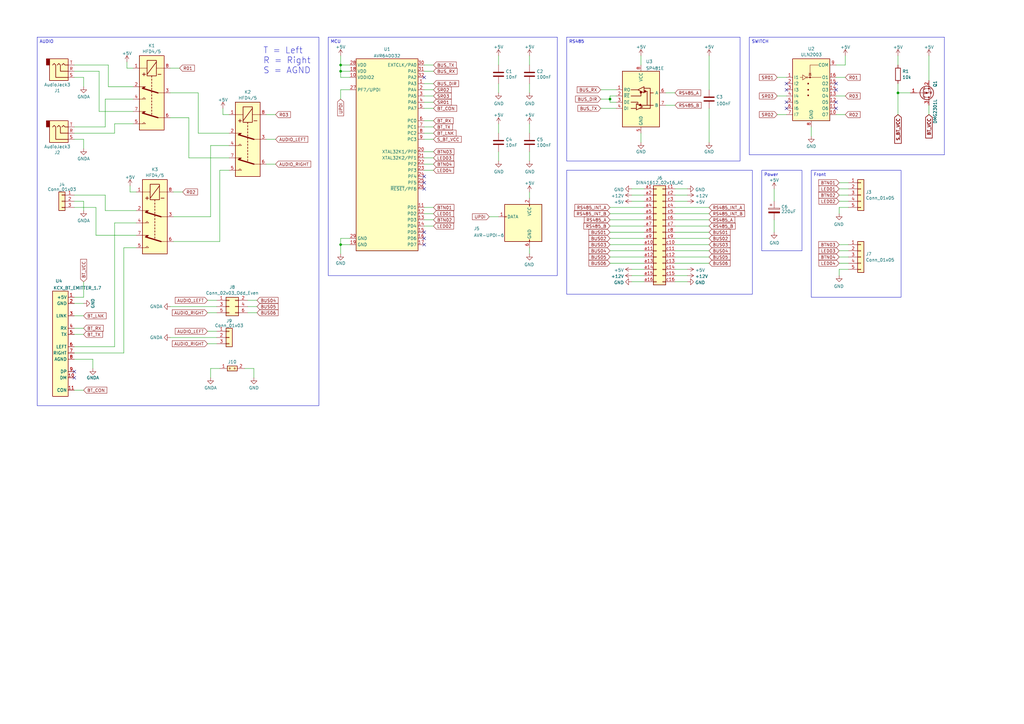
<source format=kicad_sch>
(kicad_sch (version 20230121) (generator eeschema)
  (paper "A3")
  (lib_symbols
    (symbol "Connector:AVR-UPDI-6" (pin_names (offset 1.016))
      (property "Reference" "J" (at -6.35 8.89 0))
      (property "Value" "AVR-UPDI-6" (at 0 8.89 0))
      (symbol "AVR-UPDI-6_1_1"
        (pin passive line (at 10.16 2.54 180) (length 2.54) (name "DATA") (number "1"))
        (pin passive line (at -2.54 10.16 270) (length 2.54) (name "VCC") (number "2"))
        (pin no_connect line (at 7.62 0 180) (length 2.54) hide (name "NC") (number "3"))
        (pin no_connect line (at 7.62 -2.54 180) (length 2.54) hide (name "NC") (number "4"))
        (pin no_connect line (at 7.62 -5.08 180) (length 2.54) hide (name "NC") (number "5"))
        (pin passive line (at -2.54 -10.16 90) (length 2.54) (name "GND") (number "6"))
      )
    )
    (symbol "Connector:DIN41612_02x16_AC" (pin_names (offset 1.016) hide)
      (property "Reference" "J" (at 1.27 20.32 0))
      (property "Value" "DIN41612_02x16_AC" (at 1.27 -22.86 0))
      (symbol "DIN41612_02x16_AC_1_1"
        (pin passive line (at -5.08 17.78 0) (length 3.81) (name "Pin_a1") (number "a1"))
        (pin passive line (at -5.08 -5.08 0) (length 3.81) (name "Pin_a10") (number "a10"))
        (pin passive line (at -5.08 -7.62 0) (length 3.81) (name "Pin_a11") (number "a11"))
        (pin passive line (at -5.08 -10.16 0) (length 3.81) (name "Pin_a12") (number "a12"))
        (pin passive line (at -5.08 -12.7 0) (length 3.81) (name "Pin_a13") (number "a13"))
        (pin passive line (at -5.08 -15.24 0) (length 3.81) (name "Pin_a14") (number "a14"))
        (pin passive line (at -5.08 -17.78 0) (length 3.81) (name "Pin_a15") (number "a15"))
        (pin passive line (at -5.08 -20.32 0) (length 3.81) (name "Pin_a16") (number "a16"))
        (pin passive line (at -5.08 15.24 0) (length 3.81) (name "Pin_a2") (number "a2"))
        (pin passive line (at -5.08 12.7 0) (length 3.81) (name "Pin_a3") (number "a3"))
        (pin passive line (at -5.08 10.16 0) (length 3.81) (name "Pin_a4") (number "a4"))
        (pin passive line (at -5.08 7.62 0) (length 3.81) (name "Pin_a5") (number "a5"))
        (pin passive line (at -5.08 5.08 0) (length 3.81) (name "Pin_a6") (number "a6"))
        (pin passive line (at -5.08 2.54 0) (length 3.81) (name "Pin_a7") (number "a7"))
        (pin passive line (at -5.08 0 0) (length 3.81) (name "Pin_a8") (number "a8"))
        (pin passive line (at -5.08 -2.54 0) (length 3.81) (name "Pin_a9") (number "a9"))
        (pin passive line (at 7.62 17.78 180) (length 3.81) (name "Pin_c1") (number "c1"))
        (pin passive line (at 7.62 -5.08 180) (length 3.81) (name "Pin_c10") (number "c10"))
        (pin passive line (at 7.62 -7.62 180) (length 3.81) (name "Pin_c11") (number "c11"))
        (pin passive line (at 7.62 -10.16 180) (length 3.81) (name "Pin_c12") (number "c12"))
        (pin passive line (at 7.62 -12.7 180) (length 3.81) (name "Pin_c13") (number "c13"))
        (pin passive line (at 7.62 -15.24 180) (length 3.81) (name "Pin_c14") (number "c14"))
        (pin passive line (at 7.62 -17.78 180) (length 3.81) (name "Pin_c15") (number "c15"))
        (pin passive line (at 7.62 -20.32 180) (length 3.81) (name "Pin_c16") (number "c16"))
        (pin passive line (at 7.62 15.24 180) (length 3.81) (name "Pin_c2") (number "c2"))
        (pin passive line (at 7.62 12.7 180) (length 3.81) (name "Pin_c3") (number "c3"))
        (pin passive line (at 7.62 10.16 180) (length 3.81) (name "Pin_c4") (number "c4"))
        (pin passive line (at 7.62 7.62 180) (length 3.81) (name "Pin_c5") (number "c5"))
        (pin passive line (at 7.62 5.08 180) (length 3.81) (name "Pin_c6") (number "c6"))
        (pin passive line (at 7.62 2.54 180) (length 3.81) (name "Pin_c7") (number "c7"))
        (pin passive line (at 7.62 0 180) (length 3.81) (name "Pin_c8") (number "c8"))
        (pin passive line (at 7.62 -2.54 180) (length 3.81) (name "Pin_c9") (number "c9"))
      )
    )
    (symbol "Connector_Audio:AudioJack3"
      (property "Reference" "J" (at 0 8.89 0))
      (property "Value" "AudioJack3" (at 0 6.35 0))
      (symbol "AudioJack3_1_1"
        (pin passive line (at 5.08 0 180) (length 2.54) (name "~") (number "R"))
        (pin passive line (at 5.08 2.54 180) (length 2.54) (name "~") (number "S"))
        (pin passive line (at 5.08 -2.54 180) (length 2.54) (name "~") (number "T"))
      )
    )
    (symbol "Connector_Generic:Conn_01x03" (pin_names (offset 1.016) hide)
      (property "Reference" "J" (at 0 5.08 0))
      (property "Value" "Conn_01x03" (at 0 -5.08 0))
      (symbol "Conn_01x03_1_1"
        (pin passive line (at -5.08 2.54 0) (length 3.81) (name "Pin_1") (number "1"))
        (pin passive line (at -5.08 0 0) (length 3.81) (name "Pin_2") (number "2"))
        (pin passive line (at -5.08 -2.54 0) (length 3.81) (name "Pin_3") (number "3"))
      )
    )
    (symbol "Connector_Generic:Conn_01x05" (pin_names (offset 1.016) hide)
      (property "Reference" "J" (at 0 7.62 0))
      (property "Value" "Conn_01x05" (at 0 -7.62 0))
      (symbol "Conn_01x05_1_1"
        (pin passive line (at -5.08 5.08 0) (length 3.81) (name "Pin_1") (number "1"))
        (pin passive line (at -5.08 2.54 0) (length 3.81) (name "Pin_2") (number "2"))
        (pin passive line (at -5.08 0 0) (length 3.81) (name "Pin_3") (number "3"))
        (pin passive line (at -5.08 -2.54 0) (length 3.81) (name "Pin_4") (number "4"))
        (pin passive line (at -5.08 -5.08 0) (length 3.81) (name "Pin_5") (number "5"))
      )
    )
    (symbol "Connector_Generic:Conn_02x03_Odd_Even" (pin_names (offset 1.016) hide)
      (property "Reference" "J" (at 1.27 5.08 0))
      (property "Value" "Conn_02x03_Odd_Even" (at 1.27 -5.08 0))
      (symbol "Conn_02x03_Odd_Even_1_1"
        (pin passive line (at -5.08 2.54 0) (length 3.81) (name "Pin_1") (number "1"))
        (pin passive line (at 7.62 2.54 180) (length 3.81) (name "Pin_2") (number "2"))
        (pin passive line (at -5.08 0 0) (length 3.81) (name "Pin_3") (number "3"))
        (pin passive line (at 7.62 0 180) (length 3.81) (name "Pin_4") (number "4"))
        (pin passive line (at -5.08 -2.54 0) (length 3.81) (name "Pin_5") (number "5"))
        (pin passive line (at 7.62 -2.54 180) (length 3.81) (name "Pin_6") (number "6"))
      )
    )
    (symbol "Device:C" (pin_numbers hide) (pin_names (offset 0.254))
      (property "Reference" "C" (at 0.635 2.54 0))
      (property "Value" "C" (at 0.635 -2.54 0))
      (symbol "C_1_1"
        (pin passive line (at 0 3.81 270) (length 2.794) (name "~") (number "1"))
        (pin passive line (at 0 -3.81 90) (length 2.794) (name "~") (number "2"))
      )
    )
    (symbol "Device:C_Polarized" (pin_numbers hide) (pin_names (offset 0.254))
      (property "Reference" "C" (at 0.635 2.54 0))
      (property "Value" "C_Polarized" (at 0.635 -2.54 0))
      (symbol "C_Polarized_1_1"
        (pin passive line (at 0 3.81 270) (length 2.794) (name "~") (number "1"))
        (pin passive line (at 0 -3.81 90) (length 2.794) (name "~") (number "2"))
      )
    )
    (symbol "Device:R" (pin_numbers hide) (pin_names (offset 0))
      (property "Reference" "R" (at 2.032 0 90))
      (property "Value" "R" (at 0 0 90))
      (symbol "R_1_1"
        (pin passive line (at 0 3.81 270) (length 1.27) (name "~") (number "1"))
        (pin passive line (at 0 -3.81 90) (length 1.27) (name "~") (number "2"))
      )
    )
    (symbol "Transistor_Array:ULN2003"
      (property "Reference" "U" (at 0 15.875 0))
      (property "Value" "ULN2003" (at 0 13.97 0))
      (symbol "ULN2003_1_1"
        (pin input line (at -10.16 5.08 0) (length 2.54) (name "I1") (number "1"))
        (pin open_collector line (at 10.16 -10.16 180) (length 2.54) (name "O7") (number "10"))
        (pin open_collector line (at 10.16 -7.62 180) (length 2.54) (name "O6") (number "11"))
        (pin open_collector line (at 10.16 -5.08 180) (length 2.54) (name "O5") (number "12"))
        (pin open_collector line (at 10.16 -2.54 180) (length 2.54) (name "O4") (number "13"))
        (pin open_collector line (at 10.16 0 180) (length 2.54) (name "O3") (number "14"))
        (pin open_collector line (at 10.16 2.54 180) (length 2.54) (name "O2") (number "15"))
        (pin open_collector line (at 10.16 5.08 180) (length 2.54) (name "O1") (number "16"))
        (pin input line (at -10.16 2.54 0) (length 2.54) (name "I2") (number "2"))
        (pin input line (at -10.16 0 0) (length 2.54) (name "I3") (number "3"))
        (pin input line (at -10.16 -2.54 0) (length 2.54) (name "I4") (number "4"))
        (pin input line (at -10.16 -5.08 0) (length 2.54) (name "I5") (number "5"))
        (pin input line (at -10.16 -7.62 0) (length 2.54) (name "I6") (number "6"))
        (pin input line (at -10.16 -10.16 0) (length 2.54) (name "I7") (number "7"))
        (pin power_in line (at 0 -15.24 90) (length 2.54) (name "GND") (number "8"))
        (pin passive line (at 10.16 10.16 180) (length 2.54) (name "COM") (number "9"))
      )
    )
    (symbol "Transistor_FET:DMG2301L" (pin_names hide)
      (property "Reference" "Q" (at 5.08 1.905 0))
      (property "Value" "DMG2301L" (at 5.08 0 0))
      (symbol "DMG2301L_1_1"
        (pin input line (at -5.08 0 0) (length 2.54) (name "G") (number "1"))
        (pin passive line (at 2.54 -5.08 90) (length 2.54) (name "S") (number "2"))
        (pin passive line (at 2.54 5.08 270) (length 2.54) (name "D") (number "3"))
      )
    )
    (symbol "kiu:1x02_Jumper"
      (property "Reference" "J" (at 0 2.54 0))
      (symbol "1x02_Jumper_1_1"
        (pin passive line (at -5.08 0 0) (length 3.04) (name "") (number "1"))
        (pin passive line (at 5.08 0 180) (length 3.04) (name "") (number "2"))
      )
    )
    (symbol "kiu:AVR64DD32"
      (property "Reference" "U" (at -12.7 -19.05 0))
      (property "Value" "AVR64DD32" (at 7.62 -19.05 0))
      (symbol "AVR64DD32_1_1"
        (pin bidirectional line (at 15.24 -30.48 180) (length 2.54) (name "PA3") (number "1"))
        (pin power_in line (at -15.24 -27.94 0) (length 2.54) (name "VDDIO2") (number "10"))
        (pin bidirectional line (at 15.24 -81.28 180) (length 2.54) (name "PD1") (number "11"))
        (pin bidirectional line (at 15.24 -83.82 180) (length 2.54) (name "PD2") (number "12"))
        (pin bidirectional line (at 15.24 -86.36 180) (length 2.54) (name "PD3") (number "13"))
        (pin bidirectional line (at 15.24 -88.9 180) (length 2.54) (name "PD4") (number "14"))
        (pin bidirectional line (at 15.24 -91.44 180) (length 2.54) (name "PD5") (number "15"))
        (pin bidirectional line (at 15.24 -93.98 180) (length 2.54) (name "PD6") (number "16"))
        (pin bidirectional line (at 15.24 -96.52 180) (length 2.54) (name "PD7") (number "17"))
        (pin power_in line (at -15.24 -25.4 0) (length 2.54) (name "VDD") (number "18"))
        (pin power_in line (at -15.24 -96.52 0) (length 2.54) (name "GND") (number "19"))
        (pin bidirectional line (at 15.24 -33.02 180) (length 2.54) (name "PA4") (number "2"))
        (pin bidirectional line (at 15.24 -58.42 180) (length 2.54) (name "XTAL32K1/PF0") (number "20"))
        (pin bidirectional line (at 15.24 -60.96 180) (length 2.54) (name "XTAL32K2/PF1") (number "21"))
        (pin bidirectional line (at 15.24 -63.5 180) (length 2.54) (name "PF2") (number "22"))
        (pin bidirectional line (at 15.24 -66.04 180) (length 2.54) (name "PF3") (number "23"))
        (pin bidirectional line (at 15.24 -68.58 180) (length 2.54) (name "PF4") (number "24"))
        (pin bidirectional line (at 15.24 -71.12 180) (length 2.54) (name "PF5") (number "25"))
        (pin input line (at 15.24 -73.66 180) (length 2.54) (name "~{RESET}/PF6") (number "26"))
        (pin bidirectional line (at -15.24 -33.02 0) (length 2.54) (name "PF7/UPDI") (number "27"))
        (pin power_in line (at -15.24 -22.86 0) (length 2.54) (name "VDD") (number "28"))
        (pin power_in line (at -15.24 -93.98 0) (length 2.54) (name "GND") (number "29"))
        (pin bidirectional line (at 15.24 -35.56 180) (length 2.54) (name "PA5") (number "3"))
        (pin bidirectional line (at 15.24 -22.86 180) (length 2.54) (name "EXTCLK/PA0") (number "30"))
        (pin bidirectional line (at 15.24 -25.4 180) (length 2.54) (name "PA1") (number "31"))
        (pin bidirectional line (at 15.24 -27.94 180) (length 2.54) (name "PA2") (number "32"))
        (pin bidirectional line (at 15.24 -38.1 180) (length 2.54) (name "PA6") (number "4"))
        (pin bidirectional line (at 15.24 -40.64 180) (length 2.54) (name "PA7") (number "5"))
        (pin bidirectional line (at 15.24 -45.72 180) (length 2.54) (name "PC0") (number "6"))
        (pin bidirectional line (at 15.24 -48.26 180) (length 2.54) (name "PC1") (number "7"))
        (pin bidirectional line (at 15.24 -50.8 180) (length 2.54) (name "PC2") (number "8"))
        (pin bidirectional line (at 15.24 -53.34 180) (length 2.54) (name "PC3") (number "9"))
      )
    )
    (symbol "kiu:KCX_BT_EMITTER_1.7"
      (property "Reference" "U" (at -20.32 -3.81 0))
      (property "Value" "KCX_BT_EMITTER_1.7" (at 3.175 -3.81 0))
      (symbol "KCX_BT_EMITTER_1.7_1_1"
        (pin power_in line (at -17.78 6.35 270) (length 2.54) (name "+5V") (number "1"))
        (pin bidirectional line (at 15.24 6.35 270) (length 2.54) (name "DM") (number "10"))
        (pin input line (at 20.32 6.35 270) (length 2.54) (name "CON") (number "11"))
        (pin power_in line (at -15.24 6.35 270) (length 2.54) (name "GND") (number "2"))
        (pin output line (at -10.16 6.35 270) (length 2.54) (name "LINK") (number "3"))
        (pin input line (at -5.08 6.35 270) (length 2.54) (name "RX") (number "4"))
        (pin output line (at -2.54 6.35 270) (length 2.54) (name "TX") (number "5"))
        (pin bidirectional line (at 2.54 6.35 270) (length 2.54) (name "LEFT") (number "6"))
        (pin bidirectional line (at 5.08 6.35 270) (length 2.54) (name "RIGHT") (number "7"))
        (pin power_in line (at 7.62 6.35 270) (length 2.54) (name "AGND") (number "8"))
        (pin bidirectional line (at 12.7 6.35 270) (length 2.54) (name "DP") (number "9"))
      )
    )
    (symbol "kiu:Relay_DPDT_HFD4/5"
      (property "Reference" "K" (at 16.51 3.81 0))
      (property "Value" "HFD4/5" (at 16.51 1.27 0))
      (symbol "Relay_DPDT_HFD4/5_1_1"
        (pin passive line (at -10.16 7.62 270) (length 2.54) (name "~") (number "1"))
        (pin passive line (at -2.54 7.62 270) (length 2.54) (name "~") (number "2"))
        (pin passive line (at 0 -7.62 90) (length 2.54) (name "~") (number "3"))
        (pin passive line (at 2.54 7.62 270) (length 2.54) (name "~") (number "4"))
        (pin passive line (at 12.7 7.62 270) (length 2.54) (name "~") (number "5"))
        (pin passive line (at 10.16 -7.62 90) (length 2.54) (name "~") (number "6"))
        (pin passive line (at 7.62 7.62 270) (length 2.54) (name "~") (number "7"))
        (pin passive line (at -10.16 -7.62 90) (length 2.54) (name "~") (number "8"))
      )
    )
    (symbol "kiu:SP481E"
      (property "Reference" "U" (at 3.81 12.7 0))
      (property "Value" "SP481E" (at 7.62 -12.7 0))
      (symbol "SP481E_1_1"
        (pin output line (at -10.16 3.81 0) (length 2.54) (name "RO") (number "1"))
        (pin input line (at -10.16 1.27 0) (length 2.54) (name "~{RE}") (number "2"))
        (pin input line (at -10.16 -1.27 0) (length 2.54) (name "DE") (number "3"))
        (pin input line (at -10.16 -3.81 0) (length 2.54) (name "DI") (number "4"))
        (pin power_in line (at 0 -13.97 90) (length 2.54) (name "GND") (number "5"))
        (pin bidirectional line (at 10.16 2.54 180) (length 2.54) (name "A") (number "6"))
        (pin bidirectional line (at 10.16 -2.54 180) (length 2.54) (name "B") (number "7"))
        (pin power_in line (at 0 13.97 270) (length 2.54) (name "VCC") (number "8"))
      )
    )
    (symbol "power:+12V" (power) (pin_names (offset 0))
      (property "Value" "+12V" (at 0 3.556 0))
      (symbol "+12V_1_1"
        (pin power_in line (at 0 0 90) (length 0) hide (name "+12V") (number "1"))
      )
    )
    (symbol "power:+5V" (power) (pin_names (offset 0))
      (property "Value" "+5V" (at 0 3.556 0))
      (symbol "+5V_1_1"
        (pin power_in line (at 0 0 90) (length 0) hide (name "+5V") (number "1"))
      )
    )
    (symbol "power:GND" (power) (pin_names (offset 0))
      (property "Value" "GND" (at 0 -3.81 0))
      (symbol "GND_1_1"
        (pin power_in line (at 0 0 270) (length 0) hide (name "GND") (number "1"))
      )
    )
    (symbol "power:GNDA" (power) (pin_names (offset 0))
      (property "Value" "GNDA" (at 0 -3.81 0))
      (symbol "GNDA_1_1"
        (pin power_in line (at 0 0 270) (length 0) hide (name "GNDA") (number "1"))
      )
    )
  )
  (junction (at 250.19 40.64))
  (junction (at 139.7 100.33))
  (junction (at 139.7 26.67))
  (junction (at 368.3 38.1))
  (junction (at 139.7 29.21))
  (no_connect (at 322.58 44.45))
  (no_connect (at 322.58 41.91))
  (no_connect (at 342.9 34.29))
  (no_connect (at 342.9 41.91))
  (no_connect (at 173.99 97.79))
  (no_connect (at 342.9 36.83))
  (no_connect (at 322.58 34.29))
  (no_connect (at 342.9 44.45))
  (no_connect (at 173.99 77.47))
  (no_connect (at 173.99 95.25))
  (no_connect (at 173.99 31.75))
  (no_connect (at 173.99 72.39))
  (no_connect (at 173.99 100.33))
  (no_connect (at 173.99 74.93))
  (no_connect (at 30.48 154.94))
  (no_connect (at 322.58 36.83))
  (no_connect (at 30.48 152.4))
  (wire (pts (xy 381 43.18) (xy 381 46.99)))
  (wire (pts (xy 276.86 90.17) (xy 290.83 90.17)))
  (wire (pts (xy 30.48 52.07) (xy 43.18 52.07)))
  (wire (pts (xy 139.7 29.21) (xy 139.7 31.75)))
  (wire (pts (xy 173.99 52.07) (xy 177.8 52.07)))
  (wire (pts (xy 34.29 31.75) (xy 34.29 35.56)))
  (wire (pts (xy 217.17 22.86) (xy 217.17 26.67)))
  (wire (pts (xy 332.74 52.07) (xy 332.74 55.88)))
  (wire (pts (xy 139.7 104.14) (xy 139.7 100.33)))
  (wire (pts (xy 139.7 29.21) (xy 139.7 26.67)))
  (wire (pts (xy 73.66 27.94) (xy 69.85 27.94)))
  (wire (pts (xy 30.48 82.55) (xy 34.29 82.55)))
  (wire (pts (xy 368.3 38.1) (xy 368.3 46.99)))
  (wire (pts (xy 318.77 39.37) (xy 322.58 39.37)))
  (wire (pts (xy 46.99 91.44) (xy 55.88 91.44)))
  (wire (pts (xy 276.86 105.41) (xy 290.83 105.41)))
  (wire (pts (xy 342.9 39.37) (xy 346.71 39.37)))
  (wire (pts (xy 44.45 26.67) (xy 44.45 35.56)))
  (wire (pts (xy 30.48 80.01) (xy 43.18 80.01)))
  (wire (pts (xy 30.48 129.54) (xy 34.29 129.54)))
  (wire (pts (xy 139.7 100.33) (xy 143.51 100.33)))
  (wire (pts (xy 318.77 46.99) (xy 322.58 46.99)))
  (wire (pts (xy 30.48 142.24) (xy 46.99 142.24)))
  (wire (pts (xy 276.86 113.03) (xy 281.94 113.03)))
  (wire (pts (xy 71.12 88.9) (xy 86.36 88.9)))
  (wire (pts (xy 276.86 85.09) (xy 290.83 85.09)))
  (wire (pts (xy 90.17 69.85) (xy 93.98 69.85)))
  (wire (pts (xy 252.73 39.37) (xy 250.19 39.37)))
  (wire (pts (xy 259.08 82.55) (xy 264.16 82.55)))
  (wire (pts (xy 30.48 121.92) (xy 34.29 121.92)))
  (wire (pts (xy 30.48 137.16) (xy 34.29 137.16)))
  (wire (pts (xy 259.08 110.49) (xy 264.16 110.49)))
  (wire (pts (xy 276.86 80.01) (xy 281.94 80.01)))
  (wire (pts (xy 113.03 46.99) (xy 109.22 46.99)))
  (wire (pts (xy 173.99 34.29) (xy 177.8 34.29)))
  (wire (pts (xy 85.09 123.19) (xy 88.9 123.19)))
  (wire (pts (xy 74.93 78.74) (xy 71.12 78.74)))
  (wire (pts (xy 30.48 54.61) (xy 46.99 54.61)))
  (wire (pts (xy 104.14 151.13) (xy 104.14 154.94)))
  (wire (pts (xy 52.07 25.4) (xy 52.07 27.94)))
  (wire (pts (xy 173.99 92.71) (xy 177.8 92.71)))
  (wire (pts (xy 173.99 54.61) (xy 177.8 54.61)))
  (wire (pts (xy 69.85 48.26) (xy 77.47 48.26)))
  (wire (pts (xy 86.36 151.13) (xy 90.17 151.13)))
  (wire (pts (xy 344.17 107.95) (xy 347.98 107.95)))
  (wire (pts (xy 250.19 87.63) (xy 264.16 87.63)))
  (wire (pts (xy 217.17 78.74) (xy 217.17 81.28)))
  (wire (pts (xy 173.99 85.09) (xy 177.8 85.09)))
  (wire (pts (xy 139.7 36.83) (xy 139.7 40.64)))
  (wire (pts (xy 264.16 107.95) (xy 250.19 107.95)))
  (wire (pts (xy 276.86 77.47) (xy 281.94 77.47)))
  (wire (pts (xy 264.16 105.41) (xy 250.19 105.41)))
  (wire (pts (xy 318.77 31.75) (xy 322.58 31.75)))
  (wire (pts (xy 143.51 31.75) (xy 139.7 31.75)))
  (wire (pts (xy 39.37 96.52) (xy 55.88 96.52)))
  (wire (pts (xy 368.3 34.29) (xy 368.3 38.1)))
  (wire (pts (xy 46.99 50.8) (xy 54.61 50.8)))
  (wire (pts (xy 273.05 43.18) (xy 276.86 43.18)))
  (wire (pts (xy 90.17 99.06) (xy 90.17 69.85)))
  (wire (pts (xy 276.86 87.63) (xy 290.83 87.63)))
  (wire (pts (xy 317.5 77.47) (xy 317.5 82.55)))
  (wire (pts (xy 173.99 39.37) (xy 177.8 39.37)))
  (wire (pts (xy 217.17 62.23) (xy 217.17 66.04)))
  (wire (pts (xy 204.47 50.8) (xy 204.47 54.61)))
  (wire (pts (xy 259.08 77.47) (xy 264.16 77.47)))
  (wire (pts (xy 204.47 22.86) (xy 204.47 26.67)))
  (wire (pts (xy 101.6 128.27) (xy 105.41 128.27)))
  (wire (pts (xy 81.28 54.61) (xy 93.98 54.61)))
  (wire (pts (xy 91.44 44.45) (xy 91.44 46.99)))
  (wire (pts (xy 290.83 22.86) (xy 290.83 36.83)))
  (wire (pts (xy 101.6 123.19) (xy 105.41 123.19)))
  (wire (pts (xy 264.16 97.79) (xy 250.19 97.79)))
  (wire (pts (xy 276.86 102.87) (xy 290.83 102.87)))
  (wire (pts (xy 342.9 46.99) (xy 346.71 46.99)))
  (wire (pts (xy 39.37 85.09) (xy 39.37 96.52)))
  (wire (pts (xy 86.36 59.69) (xy 86.36 88.9)))
  (wire (pts (xy 246.38 44.45) (xy 252.73 44.45)))
  (wire (pts (xy 52.07 27.94) (xy 54.61 27.94)))
  (wire (pts (xy 143.51 26.67) (xy 139.7 26.67)))
  (wire (pts (xy 53.34 76.2) (xy 53.34 78.74)))
  (wire (pts (xy 262.89 22.86) (xy 262.89 26.67)))
  (wire (pts (xy 264.16 102.87) (xy 250.19 102.87)))
  (wire (pts (xy 43.18 80.01) (xy 43.18 86.36)))
  (wire (pts (xy 46.99 54.61) (xy 46.99 50.8)))
  (wire (pts (xy 30.48 26.67) (xy 44.45 26.67)))
  (wire (pts (xy 250.19 41.91) (xy 252.73 41.91)))
  (wire (pts (xy 173.99 36.83) (xy 177.8 36.83)))
  (wire (pts (xy 259.08 115.57) (xy 264.16 115.57)))
  (wire (pts (xy 344.17 105.41) (xy 347.98 105.41)))
  (wire (pts (xy 344.17 100.33) (xy 347.98 100.33)))
  (wire (pts (xy 346.71 26.67) (xy 342.9 26.67)))
  (wire (pts (xy 317.5 90.17) (xy 317.5 95.25)))
  (wire (pts (xy 368.3 22.86) (xy 368.3 26.67)))
  (wire (pts (xy 46.99 142.24) (xy 46.99 91.44)))
  (wire (pts (xy 246.38 36.83) (xy 252.73 36.83)))
  (wire (pts (xy 50.8 101.6) (xy 55.88 101.6)))
  (wire (pts (xy 276.86 100.33) (xy 290.83 100.33)))
  (wire (pts (xy 71.12 99.06) (xy 90.17 99.06)))
  (wire (pts (xy 86.36 59.69) (xy 93.98 59.69)))
  (wire (pts (xy 30.48 160.02) (xy 34.29 160.02)))
  (wire (pts (xy 250.19 92.71) (xy 264.16 92.71)))
  (wire (pts (xy 43.18 40.64) (xy 54.61 40.64)))
  (wire (pts (xy 85.09 135.89) (xy 88.9 135.89)))
  (wire (pts (xy 30.48 144.78) (xy 50.8 144.78)))
  (wire (pts (xy 81.28 38.1) (xy 81.28 54.61)))
  (wire (pts (xy 246.38 40.64) (xy 250.19 40.64)))
  (wire (pts (xy 40.64 45.72) (xy 54.61 45.72)))
  (wire (pts (xy 344.17 110.49) (xy 347.98 110.49)))
  (wire (pts (xy 250.19 40.64) (xy 250.19 41.91)))
  (wire (pts (xy 264.16 95.25) (xy 250.19 95.25)))
  (wire (pts (xy 173.99 29.21) (xy 177.8 29.21)))
  (wire (pts (xy 50.8 144.78) (xy 50.8 101.6)))
  (wire (pts (xy 53.34 78.74) (xy 55.88 78.74)))
  (wire (pts (xy 69.85 125.73) (xy 88.9 125.73)))
  (wire (pts (xy 173.99 44.45) (xy 177.8 44.45)))
  (wire (pts (xy 30.48 85.09) (xy 39.37 85.09)))
  (wire (pts (xy 344.17 77.47) (xy 347.98 77.47)))
  (wire (pts (xy 34.29 57.15) (xy 34.29 60.96)))
  (wire (pts (xy 101.6 125.73) (xy 105.41 125.73)))
  (wire (pts (xy 173.99 62.23) (xy 177.8 62.23)))
  (wire (pts (xy 30.48 29.21) (xy 40.64 29.21)))
  (wire (pts (xy 344.17 85.09) (xy 347.98 85.09)))
  (wire (pts (xy 69.85 138.43) (xy 88.9 138.43)))
  (wire (pts (xy 86.36 151.13) (xy 86.36 154.94)))
  (wire (pts (xy 262.89 54.61) (xy 262.89 58.42)))
  (wire (pts (xy 344.17 85.09) (xy 344.17 87.63)))
  (wire (pts (xy 34.29 115.57) (xy 34.29 121.92)))
  (wire (pts (xy 200.66 88.9) (xy 204.47 88.9)))
  (wire (pts (xy 30.48 124.46) (xy 34.29 124.46)))
  (wire (pts (xy 276.86 82.55) (xy 281.94 82.55)))
  (wire (pts (xy 217.17 34.29) (xy 217.17 38.1)))
  (wire (pts (xy 250.19 90.17) (xy 264.16 90.17)))
  (wire (pts (xy 43.18 86.36) (xy 55.88 86.36)))
  (wire (pts (xy 344.17 74.93) (xy 347.98 74.93)))
  (wire (pts (xy 344.17 110.49) (xy 344.17 113.03)))
  (wire (pts (xy 342.9 31.75) (xy 346.71 31.75)))
  (wire (pts (xy 30.48 134.62) (xy 34.29 134.62)))
  (wire (pts (xy 139.7 36.83) (xy 143.51 36.83)))
  (wire (pts (xy 143.51 97.79) (xy 139.7 97.79)))
  (wire (pts (xy 38.1 147.32) (xy 38.1 151.13)))
  (wire (pts (xy 173.99 64.77) (xy 177.8 64.77)))
  (wire (pts (xy 77.47 48.26) (xy 77.47 64.77)))
  (wire (pts (xy 264.16 100.33) (xy 250.19 100.33)))
  (wire (pts (xy 85.09 140.97) (xy 88.9 140.97)))
  (wire (pts (xy 173.99 87.63) (xy 177.8 87.63)))
  (wire (pts (xy 173.99 41.91) (xy 177.8 41.91)))
  (wire (pts (xy 30.48 147.32) (xy 38.1 147.32)))
  (wire (pts (xy 250.19 39.37) (xy 250.19 40.64)))
  (wire (pts (xy 173.99 90.17) (xy 177.8 90.17)))
  (wire (pts (xy 143.51 29.21) (xy 139.7 29.21)))
  (wire (pts (xy 173.99 57.15) (xy 177.8 57.15)))
  (wire (pts (xy 173.99 69.85) (xy 177.8 69.85)))
  (wire (pts (xy 34.29 82.55) (xy 34.29 86.36)))
  (wire (pts (xy 290.83 44.45) (xy 290.83 58.42)))
  (wire (pts (xy 259.08 113.03) (xy 264.16 113.03)))
  (wire (pts (xy 173.99 67.31) (xy 177.8 67.31)))
  (wire (pts (xy 217.17 50.8) (xy 217.17 54.61)))
  (wire (pts (xy 217.17 101.6) (xy 217.17 104.14)))
  (wire (pts (xy 30.48 31.75) (xy 34.29 31.75)))
  (wire (pts (xy 276.86 92.71) (xy 290.83 92.71)))
  (wire (pts (xy 276.86 110.49) (xy 281.94 110.49)))
  (wire (pts (xy 40.64 29.21) (xy 40.64 45.72)))
  (wire (pts (xy 344.17 82.55) (xy 347.98 82.55)))
  (wire (pts (xy 109.22 57.15) (xy 113.03 57.15)))
  (wire (pts (xy 139.7 97.79) (xy 139.7 100.33)))
  (wire (pts (xy 250.19 85.09) (xy 264.16 85.09)))
  (wire (pts (xy 30.48 57.15) (xy 34.29 57.15)))
  (wire (pts (xy 77.47 64.77) (xy 93.98 64.77)))
  (wire (pts (xy 44.45 35.56) (xy 54.61 35.56)))
  (wire (pts (xy 346.71 22.86) (xy 346.71 26.67)))
  (wire (pts (xy 276.86 107.95) (xy 290.83 107.95)))
  (wire (pts (xy 276.86 95.25) (xy 290.83 95.25)))
  (wire (pts (xy 273.05 38.1) (xy 276.86 38.1)))
  (wire (pts (xy 259.08 80.01) (xy 264.16 80.01)))
  (wire (pts (xy 344.17 80.01) (xy 347.98 80.01)))
  (wire (pts (xy 344.17 102.87) (xy 347.98 102.87)))
  (wire (pts (xy 204.47 34.29) (xy 204.47 38.1)))
  (wire (pts (xy 85.09 128.27) (xy 88.9 128.27)))
  (wire (pts (xy 381 22.86) (xy 381 33.02)))
  (wire (pts (xy 91.44 46.99) (xy 93.98 46.99)))
  (wire (pts (xy 204.47 62.23) (xy 204.47 66.04)))
  (wire (pts (xy 276.86 115.57) (xy 281.94 115.57)))
  (wire (pts (xy 100.33 151.13) (xy 104.14 151.13)))
  (wire (pts (xy 173.99 49.53) (xy 177.8 49.53)))
  (wire (pts (xy 69.85 38.1) (xy 81.28 38.1)))
  (wire (pts (xy 139.7 26.67) (xy 139.7 22.86)))
  (wire (pts (xy 43.18 52.07) (xy 43.18 40.64)))
  (wire (pts (xy 368.3 38.1) (xy 373.38 38.1)))
  (wire (pts (xy 109.22 67.31) (xy 113.03 67.31)))
  (wire (pts (xy 276.86 97.79) (xy 290.83 97.79)))
  (wire (pts (xy 173.99 26.67) (xy 177.8 26.67)))
  (rectangle (start 232.41 69.85) (end 308.61 120.65))
  (text_box "Power" (at 312.42 69.85 0) (size 16.51 33.02) (effects (font (size 1.27 1.27)) (justify left top)))
  (text_box "Front" (at 332.74 69.85 0) (size 36.83 52.07) (effects (font (size 1.27 1.27)) (justify left top)))
  (text_box "SWITCH" (at 307.34 15.24 0) (size 80.01 48.26) (effects (font (size 1.27 1.27)) (justify left top)))
  (text_box "RS485" (at 232.41 15.24 0) (size 71.12 50.8) (effects (font (size 1.27 1.27)) (justify left top)))
  (text_box "MCU" (at 134.62 15.24 0) (size 93.98 97.79) (effects (font (size 1.27 1.27)) (justify left top)))
  (text_box "AUDIO" (at 15.24 15.24 0) (size 115.57 151.13) (effects (font (size 1.27 1.27)) (justify left top)))
  (text "T = Left\nR = Right\nS = AGND" (at 107.95 30.48 0) (effects (font (size 2.54 2.54)) (justify left bottom)))
  (global_label "BUS04" (shape input) (at 290.83 102.87 0) (property "Intersheetrefs" "${INTERSHEET_REFS}" (effects hide)))
  (global_label "BUS04" (shape input) (at 250.19 102.87 180) (property "Intersheetrefs" "${INTERSHEET_REFS}" (effects hide)))
  (global_label "BT_TX" (shape input) (at 177.8 52.07 0) (property "Intersheetrefs" "${INTERSHEET_REFS}" (effects hide)))
  (global_label "RS485_INT_B" (shape input) (at 290.83 87.63 0) (property "Intersheetrefs" "${INTERSHEET_REFS}" (effects hide)))
  (global_label "BUS06" (shape input) (at 105.41 128.27 0) (property "Intersheetrefs" "${INTERSHEET_REFS}" (effects hide)))
  (global_label "BT_LNK" (shape input) (at 34.29 129.54 0) (property "Intersheetrefs" "${INTERSHEET_REFS}" (effects hide)))
  (global_label "BTN04" (shape input) (at 344.17 105.41 180) (property "Intersheetrefs" "${INTERSHEET_REFS}" (effects hide)))
  (global_label "BUS_TX" (shape input) (at 177.8 26.67 0) (property "Intersheetrefs" "${INTERSHEET_REFS}" (effects hide)))
  (global_label "BUS02" (shape input) (at 250.19 97.79 180) (property "Intersheetrefs" "${INTERSHEET_REFS}" (effects hide)))
  (global_label "RS485_A" (shape input) (at 276.86 38.1 0) (property "Intersheetrefs" "${INTERSHEET_REFS}" (effects hide)))
  (global_label "BUS02" (shape input) (at 290.83 97.79 0) (property "Intersheetrefs" "${INTERSHEET_REFS}" (effects hide)))
  (global_label "BUS05" (shape input) (at 250.19 105.41 180) (property "Intersheetrefs" "${INTERSHEET_REFS}" (effects hide)))
  (global_label "BUS_RX" (shape input) (at 177.8 29.21 0) (property "Intersheetrefs" "${INTERSHEET_REFS}" (effects hide)))
  (global_label "RS485_A" (shape input) (at 250.19 90.17 180) (property "Intersheetrefs" "${INTERSHEET_REFS}" (effects hide)))
  (global_label "RS485_B" (shape input) (at 250.19 92.71 180) (property "Intersheetrefs" "${INTERSHEET_REFS}" (effects hide)))
  (global_label "BUS04" (shape input) (at 105.41 123.19 0) (property "Intersheetrefs" "${INTERSHEET_REFS}" (effects hide)))
  (global_label "AUDIO_RIGHT" (shape input) (at 85.09 128.27 180) (property "Intersheetrefs" "${INTERSHEET_REFS}" (effects hide)))
  (global_label "SR01" (shape input) (at 177.8 41.91 0) (property "Intersheetrefs" "${INTERSHEET_REFS}" (effects hide)))
  (global_label "LED03" (shape input) (at 177.8 64.77 0) (property "Intersheetrefs" "${INTERSHEET_REFS}" (effects hide)))
  (global_label "BUS_RX" (shape input) (at 246.38 36.83 180) (property "Intersheetrefs" "${INTERSHEET_REFS}" (effects hide)))
  (global_label "BTN02" (shape input) (at 344.17 80.01 180) (property "Intersheetrefs" "${INTERSHEET_REFS}" (effects hide)))
  (global_label "R02" (shape input) (at 74.93 78.74 0) (property "Intersheetrefs" "${INTERSHEET_REFS}" (effects hide)))
  (global_label "S_BT_VCC" (shape input) (at 177.8 57.15 0) (property "Intersheetrefs" "${INTERSHEET_REFS}" (effects hide)))
  (global_label "R02" (shape input) (at 346.71 46.99 0) (property "Intersheetrefs" "${INTERSHEET_REFS}" (effects hide)))
  (global_label "LED02" (shape input) (at 177.8 92.71 0) (property "Intersheetrefs" "${INTERSHEET_REFS}" (effects hide)))
  (global_label "BUS01" (shape input) (at 250.19 95.25 180) (property "Intersheetrefs" "${INTERSHEET_REFS}" (effects hide)))
  (global_label "BT_RX" (shape input) (at 34.29 134.62 0) (property "Intersheetrefs" "${INTERSHEET_REFS}" (effects hide)))
  (global_label "BT_CON" (shape input) (at 34.29 160.02 0) (property "Intersheetrefs" "${INTERSHEET_REFS}" (effects hide)))
  (global_label "RS485_B" (shape input) (at 276.86 43.18 0) (property "Intersheetrefs" "${INTERSHEET_REFS}" (effects hide)))
  (global_label "RS485_B" (shape input) (at 290.83 92.71 0) (property "Intersheetrefs" "${INTERSHEET_REFS}" (effects hide)))
  (global_label "BUS05" (shape input) (at 105.41 125.73 0) (property "Intersheetrefs" "${INTERSHEET_REFS}" (effects hide)))
  (global_label "SR02" (shape input) (at 318.77 46.99 180) (property "Intersheetrefs" "${INTERSHEET_REFS}" (effects hide)))
  (global_label "LED04" (shape input) (at 177.8 69.85 0) (property "Intersheetrefs" "${INTERSHEET_REFS}" (effects hide)))
  (global_label "BUS_DIR" (shape input) (at 177.8 34.29 0) (property "Intersheetrefs" "${INTERSHEET_REFS}" (effects hide)))
  (global_label "BUS06" (shape input) (at 290.83 107.95 0) (property "Intersheetrefs" "${INTERSHEET_REFS}" (effects hide)))
  (global_label "UPDI" (shape input) (at 200.66 88.9 180) (property "Intersheetrefs" "${INTERSHEET_REFS}" (effects hide)))
  (global_label "SR03" (shape input) (at 177.8 39.37 0) (property "Intersheetrefs" "${INTERSHEET_REFS}" (effects hide)))
  (global_label "R03" (shape input) (at 113.03 46.99 0) (property "Intersheetrefs" "${INTERSHEET_REFS}" (effects hide)))
  (global_label "LED01" (shape input) (at 177.8 87.63 0) (property "Intersheetrefs" "${INTERSHEET_REFS}" (effects hide)))
  (global_label "BUS_TX" (shape input) (at 246.38 44.45 180) (property "Intersheetrefs" "${INTERSHEET_REFS}" (effects hide)))
  (global_label "UPDI" (shape input) (at 139.7 40.64 270) (property "Intersheetrefs" "${INTERSHEET_REFS}" (effects hide)))
  (global_label "LED02" (shape input) (at 344.17 82.55 180) (property "Intersheetrefs" "${INTERSHEET_REFS}" (effects hide)))
  (global_label "SR02" (shape input) (at 177.8 36.83 0) (property "Intersheetrefs" "${INTERSHEET_REFS}" (effects hide)))
  (global_label "RS485_A" (shape input) (at 290.83 90.17 0) (property "Intersheetrefs" "${INTERSHEET_REFS}" (effects hide)))
  (global_label "BTN04" (shape input) (at 177.8 67.31 0) (property "Intersheetrefs" "${INTERSHEET_REFS}" (effects hide)))
  (global_label "AUDIO_LEFT" (shape input) (at 85.09 135.89 180) (property "Intersheetrefs" "${INTERSHEET_REFS}" (effects hide)))
  (global_label "RS485_INT_A" (shape input) (at 290.83 85.09 0) (property "Intersheetrefs" "${INTERSHEET_REFS}" (effects hide)))
  (global_label "LED01" (shape input) (at 344.17 77.47 180) (property "Intersheetrefs" "${INTERSHEET_REFS}" (effects hide)))
  (global_label "BT_CON" (shape input) (at 177.8 44.45 0) (property "Intersheetrefs" "${INTERSHEET_REFS}" (effects hide)))
  (global_label "BT_RX" (shape input) (at 177.8 49.53 0) (property "Intersheetrefs" "${INTERSHEET_REFS}" (effects hide)))
  (global_label "R03" (shape input) (at 346.71 39.37 0) (property "Intersheetrefs" "${INTERSHEET_REFS}" (effects hide)))
  (global_label "BT_VCC" (shape input) (at 381 46.99 270) (effects (font bold)) (property "Intersheetrefs" "${INTERSHEET_REFS}" (effects hide)))
  (global_label "S_BT_VCC" (shape input) (at 368.3 46.99 270) (effects (font bold)) (property "Intersheetrefs" "${INTERSHEET_REFS}" (effects hide)))
  (global_label "BUS03" (shape input) (at 290.83 100.33 0) (property "Intersheetrefs" "${INTERSHEET_REFS}" (effects hide)))
  (global_label "BT_LNK" (shape input) (at 177.8 54.61 0) (property "Intersheetrefs" "${INTERSHEET_REFS}" (effects hide)))
  (global_label "BUS_DIR" (shape input) (at 246.38 40.64 180) (property "Intersheetrefs" "${INTERSHEET_REFS}" (effects hide)))
  (global_label "LED04" (shape input) (at 344.17 107.95 180) (property "Intersheetrefs" "${INTERSHEET_REFS}" (effects hide)))
  (global_label "BUS05" (shape input) (at 290.83 105.41 0) (property "Intersheetrefs" "${INTERSHEET_REFS}" (effects hide)))
  (global_label "AUDIO_LEFT" (shape input) (at 85.09 123.19 180) (property "Intersheetrefs" "${INTERSHEET_REFS}" (effects hide)))
  (global_label "R01" (shape input) (at 346.71 31.75 0) (property "Intersheetrefs" "${INTERSHEET_REFS}" (effects hide)))
  (global_label "BUS01" (shape input) (at 290.83 95.25 0) (property "Intersheetrefs" "${INTERSHEET_REFS}" (effects hide)))
  (global_label "AUDIO_RIGHT" (shape input) (at 85.09 140.97 180) (property "Intersheetrefs" "${INTERSHEET_REFS}" (effects hide)))
  (global_label "BUS03" (shape input) (at 250.19 100.33 180) (property "Intersheetrefs" "${INTERSHEET_REFS}" (effects hide)))
  (global_label "BTN03" (shape input) (at 177.8 62.23 0) (property "Intersheetrefs" "${INTERSHEET_REFS}" (effects hide)))
  (global_label "AUDIO_LEFT" (shape input) (at 113.03 57.15 0) (property "Intersheetrefs" "${INTERSHEET_REFS}" (effects hide)))
  (global_label "BTN01" (shape input) (at 344.17 74.93 180) (property "Intersheetrefs" "${INTERSHEET_REFS}" (effects hide)))
  (global_label "SR01" (shape input) (at 318.77 31.75 180) (property "Intersheetrefs" "${INTERSHEET_REFS}" (effects hide)))
  (global_label "SR03" (shape input) (at 318.77 39.37 180) (property "Intersheetrefs" "${INTERSHEET_REFS}" (effects hide)))
  (global_label "AUDIO_RIGHT" (shape input) (at 113.03 67.31 0) (property "Intersheetrefs" "${INTERSHEET_REFS}" (effects hide)))
  (global_label "LED03" (shape input) (at 344.17 102.87 180) (property "Intersheetrefs" "${INTERSHEET_REFS}" (effects hide)))
  (global_label "R01" (shape input) (at 73.66 27.94 0) (property "Intersheetrefs" "${INTERSHEET_REFS}" (effects hide)))
  (global_label "BTN01" (shape input) (at 177.8 85.09 0) (property "Intersheetrefs" "${INTERSHEET_REFS}" (effects hide)))
  (global_label "RS485_INT_B" (shape input) (at 250.19 87.63 180) (property "Intersheetrefs" "${INTERSHEET_REFS}" (effects hide)))
  (global_label "BUS06" (shape input) (at 250.19 107.95 180) (property "Intersheetrefs" "${INTERSHEET_REFS}" (effects hide)))
  (global_label "BTN02" (shape input) (at 177.8 90.17 0) (property "Intersheetrefs" "${INTERSHEET_REFS}" (effects hide)))
  (global_label "BT_VCC" (shape input) (at 34.29 115.57 90) (property "Intersheetrefs" "${INTERSHEET_REFS}" (effects hide)))
  (global_label "BTN03" (shape input) (at 344.17 100.33 180) (property "Intersheetrefs" "${INTERSHEET_REFS}" (effects hide)))
  (global_label "BT_TX" (shape input) (at 34.29 137.16 0) (property "Intersheetrefs" "${INTERSHEET_REFS}" (effects hide)))
  (global_label "RS485_INT_A" (shape input) (at 250.19 85.09 180) (property "Intersheetrefs" "${INTERSHEET_REFS}" (effects hide)))
  (symbol (lib_id "Connector_Audio:AudioJack3") (at 25.4 54.61 0) (mirror x) (unit 1)
    (property "Reference" "J2" (at 23.495 62.5643 0))
    (property "Value" "AudioJack3" (at 23.495 60.1401 0))
    (property "Footprint" "kiu:PJ-325C5" (effects hide))
  )
  (symbol (lib_id "kiu:Relay_DPDT_HFD4/5") (at 63.5 88.9 90) (mirror x) (unit 1)
    (property "Reference" "K3" (at 63.5 69.5157 90))
    (property "Value" "HFD4/5" (at 63.5 71.9399 90))
    (property "Footprint" "kiu:Relay_DPDT_HDF4-5" (effects hide))
    (property "Datasheet" "https://datasheet.lcsc.com/lcsc/2304140030_HF-Xiamen-Hongfa-Electroacoustic-HFD4-5_C23510.pdf" (effects hide))
  )
  (symbol (lib_id "power:+5V") (at 217.17 50.8 0) (unit 1)
    (property "Reference" "#PWR015" (effects hide))
    (property "Value" "+5V" (at 217.17 47.1955 0))
  )
  (symbol (lib_id "kiu:KCX_BT_EMITTER_1.7") (at 24.13 139.7 270) (unit 1)
    (property "Reference" "U4" (at 24.13 115.2357 90))
    (property "Value" "KCX_BT_EMITTER_1.7" (at 31.75 118.11 90))
    (property "Footprint" "kiu:KCX_BT_EMITTER_V1.7 12P" (effects hide))
  )
  (symbol (lib_id "power:+5V") (at 346.71 22.86 0) (unit 1)
    (property "Reference" "#PWR06" (effects hide))
    (property "Value" "+5V" (at 346.71 19.3581 0))
  )
  (symbol (lib_id "power:GND") (at 217.17 38.1 0) (unit 1)
    (property "Reference" "#PWR012" (effects hide))
    (property "Value" "GND" (at 217.297 42.4942 0))
  )
  (symbol (lib_id "Transistor_FET:DMG2301L") (at 378.46 38.1 0) (mirror x) (unit 1)
    (property "Reference" "Q1" (at 383.54 33.02 90) (effects (justify left)))
    (property "Value" "DMG2301L" (at 383.54 40.64 90) (effects (justify left)))
    (property "Footprint" "Package_TO_SOT_SMD:SOT-23" (effects hide))
    (property "Datasheet" "https://www.diodes.com/assets/Datasheets/DMG2301L.pdf" (effects hide))
  )
  (symbol (lib_id "Device:R") (at 368.3 30.48 0) (unit 1)
    (property "Reference" "R1" (at 370.078 29.2679 0) (effects (justify left)))
    (property "Value" "10k" (at 370.078 31.6921 0) (effects (justify left)))
    (property "Footprint" "Resistor_SMD:R_0805_2012Metric" (effects hide))
  )
  (symbol (lib_id "power:+5V") (at 53.34 76.2 0) (mirror y) (unit 1)
    (property "Reference" "#PWR022" (effects hide))
    (property "Value" "+5V" (at 53.34 72.6981 0))
  )
  (symbol (lib_id "power:GND") (at 290.83 58.42 0) (unit 1)
    (property "Reference" "#PWR018" (effects hide))
    (property "Value" "GND" (at 290.83 62.23 0))
  )
  (symbol (lib_id "power:+5V") (at 381 22.86 0) (mirror y) (unit 1)
    (property "Reference" "#PWR08" (effects hide))
    (property "Value" "+5V" (at 381 19.3581 0))
  )
  (symbol (lib_id "power:+5V") (at 52.07 25.4 0) (mirror y) (unit 1)
    (property "Reference" "#PWR09" (effects hide))
    (property "Value" "+5V" (at 52.07 21.8981 0))
  )
  (symbol (lib_id "power:+5V") (at 217.17 22.86 0) (unit 1)
    (property "Reference" "#PWR03" (effects hide))
    (property "Value" "+5V" (at 217.17 19.2555 0))
  )
  (symbol (lib_id "power:+5V") (at 262.89 22.86 0) (unit 1)
    (property "Reference" "#PWR04" (effects hide))
    (property "Value" "+5V" (at 262.89 19.2555 0))
  )
  (symbol (lib_id "power:+5V") (at 259.08 82.55 90) (unit 1)
    (property "Reference" "#PWR029" (effects hide))
    (property "Value" "+5V" (at 255.9051 82.8668 90) (effects (justify left)))
  )
  (symbol (lib_id "power:+5V") (at 317.5 77.47 0) (unit 1)
    (property "Reference" "#PWR025" (effects hide))
    (property "Value" "+5V" (at 317.5 73.8655 0))
  )
  (symbol (lib_id "Connector_Generic:Conn_01x05") (at 353.06 80.01 0) (unit 1)
    (property "Reference" "J3" (at 355.092 78.7979 0) (effects (justify left)))
    (property "Value" "Conn_01x05" (at 355.092 81.2221 0) (effects (justify left)))
    (property "Footprint" "Connector_JST:JST_PH_B5B-PH-K_1x05_P2.00mm_Vertical" (effects hide))
  )
  (symbol (lib_id "Connector_Generic:Conn_02x03_Odd_Even") (at 93.98 125.73 0) (unit 1)
    (property "Reference" "J8" (at 95.25 117.7757 0))
    (property "Value" "Conn_02x03_Odd_Even" (at 95.25 120.1999 0))
    (property "Footprint" "Connector_PinHeader_2.54mm:PinHeader_2x03_P2.54mm_Vertical" (effects hide))
  )
  (symbol (lib_id "Device:C") (at 204.47 30.48 0) (unit 1)
    (property "Reference" "C1" (at 207.391 29.3116 0) (effects (justify left)))
    (property "Value" "10nF" (at 207.391 31.623 0) (effects (justify left)))
    (property "Footprint" "Capacitor_SMD:C_0805_2012Metric" (effects hide))
  )
  (symbol (lib_id "power:GND") (at 344.17 87.63 0) (mirror y) (unit 1)
    (property "Reference" "#PWR032" (effects hide))
    (property "Value" "GND" (at 344.043 92.0242 0))
  )
  (symbol (lib_id "power:+5V") (at 281.94 82.55 270) (unit 1)
    (property "Reference" "#PWR030" (effects hide))
    (property "Value" "+5V" (at 285.115 82.8668 90) (effects (justify left)))
  )
  (symbol (lib_id "power:+5V") (at 259.08 110.49 90) (unit 1)
    (property "Reference" "#PWR036" (effects hide))
    (property "Value" "+5V" (at 255.9051 110.8068 90) (effects (justify left)))
  )
  (symbol (lib_id "Device:C") (at 217.17 58.42 0) (unit 1)
    (property "Reference" "C5" (at 220.091 57.2516 0) (effects (justify left)))
    (property "Value" "100nF" (at 220.091 59.563 0) (effects (justify left)))
    (property "Footprint" "Capacitor_SMD:C_0805_2012Metric" (effects hide))
  )
  (symbol (lib_id "power:GND") (at 344.17 113.03 0) (mirror y) (unit 1)
    (property "Reference" "#PWR040" (effects hide))
    (property "Value" "GND" (at 344.043 117.4242 0))
  )
  (symbol (lib_id "power:GND") (at 317.5 95.25 0) (unit 1)
    (property "Reference" "#PWR033" (effects hide))
    (property "Value" "GND" (at 317.627 99.6442 0))
  )
  (symbol (lib_id "Connector:DIN41612_02x16_AC") (at 269.24 95.25 0) (unit 1)
    (property "Reference" "J6" (at 270.51 73.009 0))
    (property "Value" "DIN41612_02x16_AC" (at 270.51 74.93 0))
    (property "Footprint" "Connector_DIN:DIN41612_C2_2x16_Male_Horizontal_THT" (effects hide))
  )
  (symbol (lib_id "power:+5V") (at 217.17 78.74 0) (unit 1)
    (property "Reference" "#PWR026" (effects hide))
    (property "Value" "+5V" (at 217.17 75.1355 0))
  )
  (symbol (lib_id "kiu:Relay_DPDT_HFD4/5") (at 101.6 57.15 90) (mirror x) (unit 1)
    (property "Reference" "K2" (at 101.6 37.7657 90))
    (property "Value" "HFD4/5" (at 101.6 40.1899 90))
    (property "Footprint" "kiu:Relay_DPDT_HDF4-5" (effects hide))
    (property "Datasheet" "https://datasheet.lcsc.com/lcsc/2304140030_HF-Xiamen-Hongfa-Electroacoustic-HFD4-5_C23510.pdf" (effects hide))
  )
  (symbol (lib_id "power:GNDA") (at 69.85 125.73 270) (unit 1)
    (property "Reference" "#PWR044" (effects hide))
    (property "Value" "GNDA" (at 66.6751 125.73 90) (effects (justify right)))
  )
  (symbol (lib_id "power:+12V") (at 259.08 80.01 90) (unit 1)
    (property "Reference" "#PWR027" (effects hide))
    (property "Value" "+12V" (at 255.905 80.3268 90) (effects (justify left)))
  )
  (symbol (lib_id "power:+5V") (at 139.7 22.86 0) (unit 1)
    (property "Reference" "#PWR01" (effects hide))
    (property "Value" "+5V" (at 139.7 19.2555 0))
  )
  (symbol (lib_id "power:+5V") (at 204.47 22.86 0) (unit 1)
    (property "Reference" "#PWR02" (effects hide))
    (property "Value" "+5V" (at 204.47 19.2555 0))
  )
  (symbol (lib_id "power:+5V") (at 204.47 50.8 0) (unit 1)
    (property "Reference" "#PWR014" (effects hide))
    (property "Value" "+5V" (at 204.47 47.1955 0))
  )
  (symbol (lib_id "kiu:1x02_Jumper") (at 95.25 151.13 0) (unit 1)
    (property "Reference" "J10" (at 95.25 148.3939 0))
    (property "Value" "1x02_Jumper" (effects hide))
    (property "Footprint" "Connector_PinHeader_2.54mm:PinHeader_1x02_P2.54mm_Vertical" (effects hide))
  )
  (symbol (lib_id "Connector_Generic:Conn_01x03") (at 25.4 82.55 0) (mirror y) (unit 1)
    (property "Reference" "J4" (at 25.4 75.7301 0))
    (property "Value" "Conn_01x03" (at 25.4 77.6511 0))
    (property "Footprint" "Connector_PinHeader_2.54mm:PinHeader_1x03_P2.54mm_Vertical" (effects hide))
  )
  (symbol (lib_id "kiu:AVR64DD32") (at 158.75 3.81 0) (unit 1)
    (property "Reference" "U1" (at 158.75 20.1635 0))
    (property "Value" "AVR64DD32" (at 158.75 22.9386 0))
    (property "Footprint" "Package_QFP:TQFP-32_7x7mm_P0.8mm" (effects hide))
  )
  (symbol (lib_id "kiu:SP481E") (at 262.89 40.64 0) (unit 1)
    (property "Reference" "U3" (at 264.9094 25.2435 0) (effects (justify left)))
    (property "Value" "SP481E" (at 264.9094 28.0186 0) (effects (justify left)))
    (property "Footprint" "Package_SO:SOIC-8_3.9x4.9mm_P1.27mm" (effects hide))
  )
  (symbol (lib_id "Device:C") (at 204.47 58.42 0) (unit 1)
    (property "Reference" "C4" (at 207.391 57.2516 0) (effects (justify left)))
    (property "Value" "10nF" (at 207.391 59.563 0) (effects (justify left)))
    (property "Footprint" "Capacitor_SMD:C_0805_2012Metric" (effects hide))
  )
  (symbol (lib_id "power:+12V") (at 281.94 80.01 270) (mirror x) (unit 1)
    (property "Reference" "#PWR028" (effects hide))
    (property "Value" "+12V" (at 285.115 80.3268 90) (effects (justify left)))
  )
  (symbol (lib_id "power:+5V") (at 91.44 44.45 0) (mirror y) (unit 1)
    (property "Reference" "#PWR013" (effects hide))
    (property "Value" "+5V" (at 91.44 40.9481 0))
  )
  (symbol (lib_id "kiu:Relay_DPDT_HFD4/5") (at 62.23 38.1 90) (mirror x) (unit 1)
    (property "Reference" "K1" (at 62.23 18.7157 90))
    (property "Value" "HFD4/5" (at 62.23 21.1399 90))
    (property "Footprint" "kiu:Relay_DPDT_HDF4-5" (effects hide))
    (property "Datasheet" "https://datasheet.lcsc.com/lcsc/2304140030_HF-Xiamen-Hongfa-Electroacoustic-HFD4-5_C23510.pdf" (effects hide))
  )
  (symbol (lib_id "power:GND") (at 281.94 115.57 90) (mirror x) (unit 1)
    (property "Reference" "#PWR042" (effects hide))
    (property "Value" "GND" (at 285.1149 115.8868 90) (effects (justify right)))
  )
  (symbol (lib_id "power:GND") (at 217.17 104.14 0) (mirror y) (unit 1)
    (property "Reference" "#PWR035" (effects hide))
    (property "Value" "GND" (at 217.043 108.5342 0))
  )
  (symbol (lib_id "power:GND") (at 262.89 58.42 0) (unit 1)
    (property "Reference" "#PWR017" (effects hide))
    (property "Value" "GND" (at 262.89 62.23 0))
  )
  (symbol (lib_id "Connector_Generic:Conn_01x05") (at 353.06 105.41 0) (unit 1)
    (property "Reference" "J7" (at 355.092 104.1979 0) (effects (justify left)))
    (property "Value" "Conn_01x05" (at 355.092 106.6221 0) (effects (justify left)))
    (property "Footprint" "Connector_JST:JST_PH_B5B-PH-K_1x05_P2.00mm_Vertical" (effects hide))
  )
  (symbol (lib_id "power:GND") (at 104.14 154.94 0) (unit 1)
    (property "Reference" "#PWR048" (effects hide))
    (property "Value" "GND" (at 104.14 159.0755 0))
  )
  (symbol (lib_id "power:GNDA") (at 69.85 138.43 270) (unit 1)
    (property "Reference" "#PWR045" (effects hide))
    (property "Value" "GNDA" (at 66.6751 138.43 90) (effects (justify right)))
  )
  (symbol (lib_id "power:GNDA") (at 34.29 35.56 0) (unit 1)
    (property "Reference" "#PWR010" (effects hide))
    (property "Value" "GNDA" (at 34.29 39.6955 0))
  )
  (symbol (lib_id "Connector_Generic:Conn_01x03") (at 93.98 138.43 0) (unit 1)
    (property "Reference" "J9" (at 93.98 131.6101 0))
    (property "Value" "Conn_01x03" (at 93.98 133.5311 0))
    (property "Footprint" "Connector_PinHeader_2.54mm:PinHeader_1x03_P2.54mm_Vertical" (effects hide))
  )
  (symbol (lib_id "Connector:AVR-UPDI-6") (at 214.63 91.44 0) (mirror y) (unit 1)
    (property "Reference" "J5" (at 194.31 93.7449 0) (effects (justify right)))
    (property "Value" "AVR-UPDI-6" (at 194.31 96.52 0) (effects (justify right)))
    (property "Footprint" "kiu-eAVR:eAVR6-UPDI-F" (effects hide))
    (property "Datasheet" "https://www.microchip.com/webdoc/GUID-9D10622A-5C16-4405-B092-1BDD437B4976/index.html?GUID-9B349315-2842-4189-B88C-49F4E1055D7F" (effects hide))
  )
  (symbol (lib_id "power:GND") (at 259.08 77.47 270) (unit 1)
    (property "Reference" "#PWR023" (effects hide))
    (property "Value" "GND" (at 255.9051 77.7868 90) (effects (justify right)))
  )
  (symbol (lib_id "Transistor_Array:ULN2003") (at 332.74 36.83 0) (unit 1)
    (property "Reference" "U2" (at 332.74 19.9857 0))
    (property "Value" "ULN2003" (at 332.74 22.4099 0))
    (property "Footprint" "Package_SO:SOP-16_3.9x9.9mm_P1.27mm" (effects hide))
    (property "Datasheet" "http://www.ti.com/lit/ds/symlink/uln2003a.pdf" (effects hide))
  )
  (symbol (lib_id "power:GND") (at 259.08 115.57 270) (unit 1)
    (property "Reference" "#PWR041" (effects hide))
    (property "Value" "GND" (at 255.9051 115.8868 90) (effects (justify right)))
  )
  (symbol (lib_id "Device:C_Polarized") (at 317.5 86.36 0) (unit 1)
    (property "Reference" "C6" (at 320.421 84.8273 0) (effects (justify left)))
    (property "Value" "220uF" (at 320.421 86.7483 0) (effects (justify left)))
    (property "Footprint" "Capacitor_Tantalum_SMD:CP_EIA-6032-28_Kemet-C" (effects hide))
  )
  (symbol (lib_id "power:GND") (at 34.29 124.46 90) (unit 1)
    (property "Reference" "#PWR043" (effects hide))
    (property "Value" "GND" (at 38.1 124.46 0))
  )
  (symbol (lib_id "power:+5V") (at 368.3 22.86 0) (mirror y) (unit 1)
    (property "Reference" "#PWR07" (effects hide))
    (property "Value" "+5V" (at 368.3 19.3581 0))
  )
  (symbol (lib_id "power:+12V") (at 281.94 113.03 270) (mirror x) (unit 1)
    (property "Reference" "#PWR039" (effects hide))
    (property "Value" "+12V" (at 285.115 113.3468 90) (effects (justify left)))
  )
  (symbol (lib_id "power:GND") (at 332.74 55.88 0) (unit 1)
    (property "Reference" "#PWR016" (effects hide))
    (property "Value" "GND" (at 332.74 60.0155 0))
  )
  (symbol (lib_id "Device:C") (at 217.17 30.48 0) (unit 1)
    (property "Reference" "C2" (at 220.091 29.3116 0) (effects (justify left)))
    (property "Value" "100nF" (at 220.091 31.623 0) (effects (justify left)))
    (property "Footprint" "Capacitor_SMD:C_0805_2012Metric" (effects hide))
  )
  (symbol (lib_id "power:GND") (at 139.7 104.14 0) (unit 1)
    (property "Reference" "#PWR034" (effects hide))
    (property "Value" "GND" (at 139.7 107.95 0))
  )
  (symbol (lib_id "power:GND") (at 204.47 66.04 0) (unit 1)
    (property "Reference" "#PWR020" (effects hide))
    (property "Value" "GND" (at 204.597 70.4342 0))
  )
  (symbol (lib_id "power:GNDA") (at 34.29 86.36 0) (unit 1)
    (property "Reference" "#PWR031" (effects hide))
    (property "Value" "GNDA" (at 34.29 90.4955 0))
  )
  (symbol (lib_id "Device:C") (at 290.83 40.64 0) (unit 1)
    (property "Reference" "C3" (at 293.751 39.7315 0) (effects (justify left)))
    (property "Value" "100nF" (at 293.751 42.5066 0) (effects (justify left)))
    (property "Footprint" "Capacitor_SMD:C_0805_2012Metric" (effects hide))
  )
  (symbol (lib_id "power:GNDA") (at 34.29 60.96 0) (unit 1)
    (property "Reference" "#PWR019" (effects hide))
    (property "Value" "GNDA" (at 34.29 65.0955 0))
  )
  (symbol (lib_id "power:GND") (at 204.47 38.1 0) (unit 1)
    (property "Reference" "#PWR011" (effects hide))
    (property "Value" "GND" (at 204.597 42.4942 0))
  )
  (symbol (lib_id "power:GND") (at 217.17 66.04 0) (unit 1)
    (property "Reference" "#PWR021" (effects hide))
    (property "Value" "GND" (at 217.297 70.4342 0))
  )
  (symbol (lib_id "power:GNDA") (at 38.1 151.13 0) (unit 1)
    (property "Reference" "#PWR046" (effects hide))
    (property "Value" "GNDA" (at 38.1 154.94 0))
  )
  (symbol (lib_id "power:GND") (at 281.94 77.47 90) (mirror x) (unit 1)
    (property "Reference" "#PWR024" (effects hide))
    (property "Value" "GND" (at 285.1149 77.7868 90) (effects (justify right)))
  )
  (symbol (lib_id "power:+12V") (at 259.08 113.03 90) (unit 1)
    (property "Reference" "#PWR038" (effects hide))
    (property "Value" "+12V" (at 255.905 113.3468 90) (effects (justify left)))
  )
  (symbol (lib_id "power:+5V") (at 281.94 110.49 270) (unit 1)
    (property "Reference" "#PWR037" (effects hide))
    (property "Value" "+5V" (at 285.115 110.8068 90) (effects (justify left)))
  )
  (symbol (lib_id "power:+5V") (at 290.83 22.86 0) (unit 1)
    (property "Reference" "#PWR05" (effects hide))
    (property "Value" "+5V" (at 290.83 19.2555 0))
  )
  (symbol (lib_id "Connector_Audio:AudioJack3") (at 25.4 29.21 0) (mirror x) (unit 1)
    (property "Reference" "J1" (at 23.495 37.1643 0))
    (property "Value" "AudioJack3" (at 23.495 34.7401 0))
    (property "Footprint" "kiu:PJ-325C5" (effects hide))
  )
  (symbol (lib_id "power:GNDA") (at 86.36 154.94 0) (unit 1)
    (property "Reference" "#PWR047" (effects hide))
    (property "Value" "GNDA" (at 86.36 159.0755 0))
  )
)
</source>
